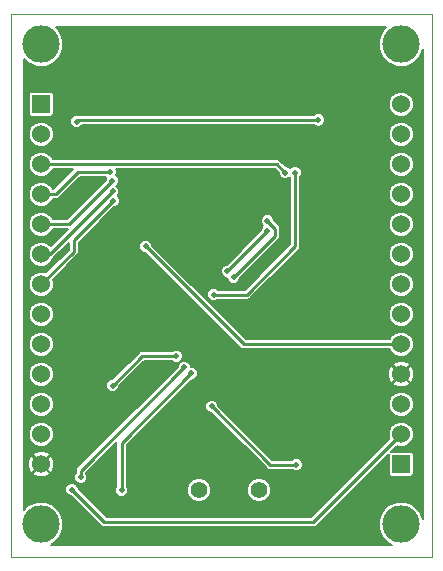
<source format=gbl>
G04 (created by PCBNEW (2013-mar-13)-testing) date Wed 17 Apr 2013 01:59:25 PM EDT*
%MOIN*%
G04 Gerber Fmt 3.4, Leading zero omitted, Abs format*
%FSLAX34Y34*%
G01*
G70*
G90*
G04 APERTURE LIST*
%ADD10C,0.006*%
%ADD11C,0.00393701*%
%ADD12C,0.125*%
%ADD13C,0.056*%
%ADD14R,0.06X0.06*%
%ADD15C,0.06*%
%ADD16C,0.019685*%
%ADD17C,0.01*%
%ADD18C,0.008*%
G04 APERTURE END LIST*
G54D10*
G54D11*
X39370Y-39370D02*
X39370Y-57455D01*
X39370Y-57455D02*
X53385Y-57455D01*
X53385Y-39370D02*
X53385Y-57455D01*
X39370Y-39370D02*
X53385Y-39370D01*
G54D12*
X52370Y-40370D03*
X40370Y-56370D03*
X40370Y-40370D03*
X52370Y-56370D03*
G54D13*
X47629Y-55236D03*
X45629Y-55236D03*
G54D14*
X40370Y-42370D03*
G54D15*
X40370Y-43370D03*
X40370Y-44370D03*
X40370Y-45370D03*
X40370Y-46370D03*
X40370Y-47370D03*
X40370Y-48370D03*
X40370Y-49370D03*
X40370Y-50370D03*
X40370Y-51370D03*
X40370Y-52370D03*
X40370Y-53370D03*
X40370Y-54370D03*
G54D14*
X52370Y-54370D03*
G54D15*
X52370Y-53370D03*
X52370Y-52370D03*
X52370Y-51370D03*
X52370Y-50370D03*
X52370Y-49370D03*
X52370Y-48370D03*
X52370Y-47370D03*
X52370Y-46370D03*
X52370Y-45370D03*
X52370Y-44370D03*
X52370Y-43370D03*
X52370Y-42370D03*
G54D16*
X41397Y-55216D03*
X48503Y-44645D03*
X42677Y-44625D03*
X42736Y-44921D03*
X48838Y-44645D03*
X46122Y-48720D03*
X43858Y-47106D03*
X42755Y-45275D03*
X42775Y-45590D03*
X46574Y-47933D03*
X47913Y-46594D03*
X47913Y-46259D03*
X46791Y-48129D03*
X44448Y-53543D03*
X44507Y-54507D03*
X46968Y-52893D03*
X45944Y-53169D03*
X43051Y-55236D03*
X45374Y-51338D03*
X41692Y-54803D03*
X45137Y-51141D03*
X44881Y-50767D03*
X42755Y-51751D03*
X49606Y-42893D03*
X41555Y-42952D03*
X48877Y-54389D03*
X46062Y-52440D03*
G54D17*
X49440Y-56299D02*
X52370Y-53370D01*
X42480Y-56299D02*
X49440Y-56299D01*
X41397Y-55216D02*
X42480Y-56299D01*
X48228Y-44370D02*
X40370Y-44370D01*
X48503Y-44645D02*
X48228Y-44370D01*
X40850Y-45370D02*
X40370Y-45370D01*
X41594Y-44625D02*
X40850Y-45370D01*
X42677Y-44625D02*
X41594Y-44625D01*
X41287Y-46370D02*
X40370Y-46370D01*
X42736Y-44921D02*
X41287Y-46370D01*
X48838Y-47106D02*
X48838Y-44645D01*
X47224Y-48720D02*
X48838Y-47106D01*
X46122Y-48720D02*
X47224Y-48720D01*
X47122Y-50370D02*
X52370Y-50370D01*
X43858Y-47106D02*
X47122Y-50370D01*
X40661Y-47370D02*
X40370Y-47370D01*
X42755Y-45275D02*
X40661Y-47370D01*
X41456Y-47283D02*
X40370Y-48370D01*
X41456Y-46909D02*
X41456Y-47283D01*
X42775Y-45590D02*
X41456Y-46909D01*
X46574Y-47933D02*
X47913Y-46594D01*
X48169Y-46515D02*
X47913Y-46259D01*
X48169Y-46751D02*
X48169Y-46515D01*
X46791Y-48129D02*
X48169Y-46751D01*
X43051Y-53661D02*
X43051Y-55236D01*
X45374Y-51338D02*
X43051Y-53661D01*
X41692Y-54586D02*
X41692Y-54803D01*
X45137Y-51141D02*
X41692Y-54586D01*
X43740Y-50767D02*
X44881Y-50767D01*
X42755Y-51751D02*
X43740Y-50767D01*
X41614Y-42893D02*
X49606Y-42893D01*
X41555Y-42952D02*
X41614Y-42893D01*
X48011Y-54389D02*
X48877Y-54389D01*
X46062Y-52440D02*
X48011Y-54389D01*
G54D10*
G36*
X53109Y-56208D02*
X53002Y-55948D01*
X52811Y-55757D01*
X52811Y-51290D01*
X52790Y-51235D01*
X52790Y-50286D01*
X52790Y-49286D01*
X52790Y-48286D01*
X52790Y-47286D01*
X52790Y-46286D01*
X52790Y-45286D01*
X52790Y-44286D01*
X52790Y-43286D01*
X52790Y-42286D01*
X52726Y-42132D01*
X52608Y-42014D01*
X52453Y-41950D01*
X52286Y-41950D01*
X52132Y-42013D01*
X52014Y-42131D01*
X51950Y-42286D01*
X51950Y-42453D01*
X52013Y-42607D01*
X52131Y-42725D01*
X52286Y-42790D01*
X52453Y-42790D01*
X52607Y-42726D01*
X52725Y-42608D01*
X52790Y-42453D01*
X52790Y-42286D01*
X52790Y-43286D01*
X52726Y-43132D01*
X52608Y-43014D01*
X52453Y-42950D01*
X52286Y-42950D01*
X52132Y-43013D01*
X52014Y-43131D01*
X51950Y-43286D01*
X51950Y-43453D01*
X52013Y-43607D01*
X52131Y-43725D01*
X52286Y-43790D01*
X52453Y-43790D01*
X52607Y-43726D01*
X52725Y-43608D01*
X52790Y-43453D01*
X52790Y-43286D01*
X52790Y-44286D01*
X52726Y-44132D01*
X52608Y-44014D01*
X52453Y-43950D01*
X52286Y-43950D01*
X52132Y-44013D01*
X52014Y-44131D01*
X51950Y-44286D01*
X51950Y-44453D01*
X52013Y-44607D01*
X52131Y-44725D01*
X52286Y-44790D01*
X52453Y-44790D01*
X52607Y-44726D01*
X52725Y-44608D01*
X52790Y-44453D01*
X52790Y-44286D01*
X52790Y-45286D01*
X52726Y-45132D01*
X52608Y-45014D01*
X52453Y-44950D01*
X52286Y-44950D01*
X52132Y-45013D01*
X52014Y-45131D01*
X51950Y-45286D01*
X51950Y-45453D01*
X52013Y-45607D01*
X52131Y-45725D01*
X52286Y-45790D01*
X52453Y-45790D01*
X52607Y-45726D01*
X52725Y-45608D01*
X52790Y-45453D01*
X52790Y-45286D01*
X52790Y-46286D01*
X52726Y-46132D01*
X52608Y-46014D01*
X52453Y-45950D01*
X52286Y-45950D01*
X52132Y-46013D01*
X52014Y-46131D01*
X51950Y-46286D01*
X51950Y-46453D01*
X52013Y-46607D01*
X52131Y-46725D01*
X52286Y-46790D01*
X52453Y-46790D01*
X52607Y-46726D01*
X52725Y-46608D01*
X52790Y-46453D01*
X52790Y-46286D01*
X52790Y-47286D01*
X52726Y-47132D01*
X52608Y-47014D01*
X52453Y-46950D01*
X52286Y-46950D01*
X52132Y-47013D01*
X52014Y-47131D01*
X51950Y-47286D01*
X51950Y-47453D01*
X52013Y-47607D01*
X52131Y-47725D01*
X52286Y-47790D01*
X52453Y-47790D01*
X52607Y-47726D01*
X52725Y-47608D01*
X52790Y-47453D01*
X52790Y-47286D01*
X52790Y-48286D01*
X52726Y-48132D01*
X52608Y-48014D01*
X52453Y-47950D01*
X52286Y-47950D01*
X52132Y-48013D01*
X52014Y-48131D01*
X51950Y-48286D01*
X51950Y-48453D01*
X52013Y-48607D01*
X52131Y-48725D01*
X52286Y-48790D01*
X52453Y-48790D01*
X52607Y-48726D01*
X52725Y-48608D01*
X52790Y-48453D01*
X52790Y-48286D01*
X52790Y-49286D01*
X52726Y-49132D01*
X52608Y-49014D01*
X52453Y-48950D01*
X52286Y-48950D01*
X52132Y-49013D01*
X52014Y-49131D01*
X51950Y-49286D01*
X51950Y-49453D01*
X52013Y-49607D01*
X52131Y-49725D01*
X52286Y-49790D01*
X52453Y-49790D01*
X52607Y-49726D01*
X52725Y-49608D01*
X52790Y-49453D01*
X52790Y-49286D01*
X52790Y-50286D01*
X52726Y-50132D01*
X52608Y-50014D01*
X52453Y-49950D01*
X52286Y-49950D01*
X52132Y-50013D01*
X52014Y-50131D01*
X51985Y-50200D01*
X49824Y-50200D01*
X49824Y-42850D01*
X49791Y-42770D01*
X49730Y-42708D01*
X49649Y-42675D01*
X49563Y-42675D01*
X49482Y-42708D01*
X49467Y-42723D01*
X41614Y-42723D01*
X41560Y-42734D01*
X41560Y-42734D01*
X41511Y-42734D01*
X41431Y-42767D01*
X41370Y-42828D01*
X41336Y-42909D01*
X41336Y-42996D01*
X41369Y-43076D01*
X41431Y-43137D01*
X41511Y-43171D01*
X41598Y-43171D01*
X41678Y-43138D01*
X41740Y-43076D01*
X41745Y-43063D01*
X49467Y-43063D01*
X49482Y-43078D01*
X49562Y-43112D01*
X49649Y-43112D01*
X49729Y-43078D01*
X49791Y-43017D01*
X49824Y-42937D01*
X49824Y-42850D01*
X49824Y-50200D01*
X49057Y-50200D01*
X49057Y-44602D01*
X49023Y-44522D01*
X48962Y-44460D01*
X48882Y-44427D01*
X48795Y-44427D01*
X48715Y-44460D01*
X48671Y-44504D01*
X48627Y-44460D01*
X48547Y-44427D01*
X48525Y-44427D01*
X48348Y-44249D01*
X48293Y-44213D01*
X48228Y-44200D01*
X40790Y-44200D01*
X40790Y-43286D01*
X40790Y-43286D01*
X40790Y-42646D01*
X40790Y-42046D01*
X40771Y-42002D01*
X40738Y-41968D01*
X40694Y-41950D01*
X40646Y-41950D01*
X40046Y-41950D01*
X40002Y-41968D01*
X39968Y-42002D01*
X39950Y-42046D01*
X39950Y-42093D01*
X39950Y-42693D01*
X39968Y-42737D01*
X40002Y-42771D01*
X40046Y-42790D01*
X40093Y-42790D01*
X40693Y-42790D01*
X40737Y-42771D01*
X40771Y-42738D01*
X40790Y-42694D01*
X40790Y-42646D01*
X40790Y-43286D01*
X40726Y-43132D01*
X40608Y-43014D01*
X40453Y-42950D01*
X40286Y-42950D01*
X40132Y-43013D01*
X40014Y-43131D01*
X39950Y-43286D01*
X39950Y-43453D01*
X40013Y-43607D01*
X40131Y-43725D01*
X40286Y-43790D01*
X40453Y-43790D01*
X40607Y-43726D01*
X40725Y-43608D01*
X40790Y-43453D01*
X40790Y-43286D01*
X40790Y-44200D01*
X40754Y-44200D01*
X40726Y-44132D01*
X40608Y-44014D01*
X40453Y-43950D01*
X40286Y-43950D01*
X40132Y-44013D01*
X40014Y-44131D01*
X39950Y-44286D01*
X39950Y-44453D01*
X40013Y-44607D01*
X40131Y-44725D01*
X40286Y-44790D01*
X40453Y-44790D01*
X40607Y-44726D01*
X40725Y-44608D01*
X40754Y-44540D01*
X41439Y-44540D01*
X40779Y-45200D01*
X40754Y-45200D01*
X40726Y-45132D01*
X40608Y-45014D01*
X40453Y-44950D01*
X40286Y-44950D01*
X40132Y-45013D01*
X40014Y-45131D01*
X39950Y-45286D01*
X39950Y-45453D01*
X40013Y-45607D01*
X40131Y-45725D01*
X40286Y-45790D01*
X40453Y-45790D01*
X40607Y-45726D01*
X40725Y-45608D01*
X40754Y-45540D01*
X40850Y-45540D01*
X40915Y-45527D01*
X40915Y-45527D01*
X40970Y-45490D01*
X41664Y-44795D01*
X42538Y-44795D01*
X42547Y-44805D01*
X42517Y-44877D01*
X42517Y-44899D01*
X41216Y-46200D01*
X40754Y-46200D01*
X40726Y-46132D01*
X40608Y-46014D01*
X40453Y-45950D01*
X40286Y-45950D01*
X40132Y-46013D01*
X40014Y-46131D01*
X39950Y-46286D01*
X39950Y-46453D01*
X40013Y-46607D01*
X40131Y-46725D01*
X40286Y-46790D01*
X40453Y-46790D01*
X40607Y-46726D01*
X40725Y-46608D01*
X40754Y-46540D01*
X41251Y-46540D01*
X40692Y-47098D01*
X40608Y-47014D01*
X40453Y-46950D01*
X40286Y-46950D01*
X40132Y-47013D01*
X40014Y-47131D01*
X39950Y-47286D01*
X39950Y-47453D01*
X40013Y-47607D01*
X40131Y-47725D01*
X40286Y-47790D01*
X40453Y-47790D01*
X40607Y-47726D01*
X40725Y-47608D01*
X40772Y-47496D01*
X40772Y-47496D01*
X40781Y-47490D01*
X41286Y-46985D01*
X41286Y-47213D01*
X40521Y-47978D01*
X40453Y-47950D01*
X40286Y-47950D01*
X40132Y-48013D01*
X40014Y-48131D01*
X39950Y-48286D01*
X39950Y-48453D01*
X40013Y-48607D01*
X40131Y-48725D01*
X40286Y-48790D01*
X40453Y-48790D01*
X40607Y-48726D01*
X40725Y-48608D01*
X40790Y-48453D01*
X40790Y-48286D01*
X40761Y-48218D01*
X41576Y-47403D01*
X41576Y-47403D01*
X41576Y-47403D01*
X41613Y-47348D01*
X41626Y-47283D01*
X41626Y-46979D01*
X42797Y-45808D01*
X42818Y-45809D01*
X42899Y-45775D01*
X42960Y-45714D01*
X42993Y-45634D01*
X42994Y-45547D01*
X42960Y-45466D01*
X42917Y-45423D01*
X42940Y-45399D01*
X42974Y-45319D01*
X42974Y-45232D01*
X42941Y-45152D01*
X42879Y-45090D01*
X42876Y-45089D01*
X42921Y-45045D01*
X42954Y-44964D01*
X42954Y-44878D01*
X42921Y-44797D01*
X42865Y-44741D01*
X42895Y-44669D01*
X42895Y-44582D01*
X42878Y-44540D01*
X48157Y-44540D01*
X48285Y-44667D01*
X48285Y-44688D01*
X48318Y-44769D01*
X48380Y-44830D01*
X48460Y-44864D01*
X48547Y-44864D01*
X48627Y-44830D01*
X48668Y-44789D01*
X48668Y-47035D01*
X48339Y-47365D01*
X48339Y-46751D01*
X48339Y-46515D01*
X48339Y-46515D01*
X48339Y-46515D01*
X48326Y-46450D01*
X48289Y-46395D01*
X48289Y-46395D01*
X48131Y-46237D01*
X48131Y-46216D01*
X48098Y-46136D01*
X48037Y-46074D01*
X47957Y-46041D01*
X47870Y-46041D01*
X47789Y-46074D01*
X47728Y-46135D01*
X47694Y-46216D01*
X47694Y-46303D01*
X47728Y-46383D01*
X47771Y-46427D01*
X47728Y-46470D01*
X47694Y-46550D01*
X47694Y-46572D01*
X46552Y-47714D01*
X46531Y-47714D01*
X46451Y-47747D01*
X46389Y-47809D01*
X46356Y-47889D01*
X46356Y-47976D01*
X46389Y-48056D01*
X46450Y-48118D01*
X46531Y-48151D01*
X46572Y-48151D01*
X46572Y-48173D01*
X46606Y-48253D01*
X46667Y-48314D01*
X46747Y-48348D01*
X46834Y-48348D01*
X46914Y-48315D01*
X46976Y-48253D01*
X47009Y-48173D01*
X47009Y-48151D01*
X48289Y-46872D01*
X48289Y-46872D01*
X48289Y-46872D01*
X48326Y-46817D01*
X48339Y-46751D01*
X48339Y-47365D01*
X47153Y-48550D01*
X46260Y-48550D01*
X46245Y-48535D01*
X46165Y-48502D01*
X46078Y-48502D01*
X45998Y-48535D01*
X45936Y-48596D01*
X45903Y-48676D01*
X45903Y-48763D01*
X45936Y-48844D01*
X45998Y-48905D01*
X46078Y-48938D01*
X46165Y-48938D01*
X46245Y-48905D01*
X46260Y-48890D01*
X47224Y-48890D01*
X47289Y-48877D01*
X47289Y-48877D01*
X47344Y-48840D01*
X48958Y-47226D01*
X48958Y-47226D01*
X48958Y-47226D01*
X48995Y-47171D01*
X49008Y-47106D01*
X49008Y-44784D01*
X49023Y-44769D01*
X49056Y-44689D01*
X49057Y-44602D01*
X49057Y-50200D01*
X47192Y-50200D01*
X44076Y-47084D01*
X44076Y-47063D01*
X44043Y-46982D01*
X43982Y-46921D01*
X43901Y-46887D01*
X43815Y-46887D01*
X43734Y-46921D01*
X43673Y-46982D01*
X43639Y-47062D01*
X43639Y-47149D01*
X43672Y-47229D01*
X43734Y-47291D01*
X43814Y-47324D01*
X43836Y-47324D01*
X47001Y-50490D01*
X47001Y-50490D01*
X47056Y-50527D01*
X47122Y-50540D01*
X51985Y-50540D01*
X52013Y-50607D01*
X52131Y-50725D01*
X52286Y-50790D01*
X52453Y-50790D01*
X52607Y-50726D01*
X52725Y-50608D01*
X52790Y-50453D01*
X52790Y-50286D01*
X52790Y-51235D01*
X52747Y-51127D01*
X52738Y-51114D01*
X52669Y-51084D01*
X52655Y-51098D01*
X52655Y-51070D01*
X52625Y-51001D01*
X52465Y-50931D01*
X52290Y-50928D01*
X52127Y-50992D01*
X52114Y-51001D01*
X52084Y-51070D01*
X52370Y-51355D01*
X52655Y-51070D01*
X52655Y-51098D01*
X52384Y-51370D01*
X52669Y-51655D01*
X52738Y-51625D01*
X52808Y-51465D01*
X52811Y-51290D01*
X52811Y-55757D01*
X52792Y-55738D01*
X52790Y-55737D01*
X52790Y-53286D01*
X52790Y-52286D01*
X52726Y-52132D01*
X52655Y-52061D01*
X52655Y-51669D01*
X52370Y-51384D01*
X52355Y-51398D01*
X52355Y-51370D01*
X52070Y-51084D01*
X52001Y-51114D01*
X51931Y-51275D01*
X51928Y-51450D01*
X51992Y-51612D01*
X52001Y-51625D01*
X52070Y-51655D01*
X52355Y-51370D01*
X52355Y-51398D01*
X52084Y-51669D01*
X52114Y-51738D01*
X52275Y-51808D01*
X52450Y-51811D01*
X52612Y-51747D01*
X52625Y-51738D01*
X52655Y-51669D01*
X52655Y-52061D01*
X52608Y-52014D01*
X52453Y-51950D01*
X52286Y-51950D01*
X52132Y-52013D01*
X52014Y-52131D01*
X51950Y-52286D01*
X51950Y-52453D01*
X52013Y-52607D01*
X52131Y-52725D01*
X52286Y-52790D01*
X52453Y-52790D01*
X52607Y-52726D01*
X52725Y-52608D01*
X52790Y-52453D01*
X52790Y-52286D01*
X52790Y-53286D01*
X52726Y-53132D01*
X52608Y-53014D01*
X52453Y-52950D01*
X52286Y-52950D01*
X52132Y-53013D01*
X52014Y-53131D01*
X51950Y-53286D01*
X51950Y-53453D01*
X51978Y-53521D01*
X49370Y-56129D01*
X49096Y-56129D01*
X49096Y-54346D01*
X49063Y-54266D01*
X49001Y-54204D01*
X48921Y-54171D01*
X48834Y-54171D01*
X48754Y-54204D01*
X48739Y-54219D01*
X48082Y-54219D01*
X46281Y-52418D01*
X46281Y-52397D01*
X46248Y-52317D01*
X46186Y-52255D01*
X46106Y-52222D01*
X46019Y-52222D01*
X45939Y-52255D01*
X45877Y-52317D01*
X45844Y-52397D01*
X45844Y-52484D01*
X45877Y-52564D01*
X45939Y-52626D01*
X46019Y-52659D01*
X46040Y-52659D01*
X47891Y-54509D01*
X47946Y-54546D01*
X47946Y-54546D01*
X48011Y-54559D01*
X48739Y-54559D01*
X48754Y-54574D01*
X48834Y-54608D01*
X48921Y-54608D01*
X49001Y-54575D01*
X49063Y-54513D01*
X49096Y-54433D01*
X49096Y-54346D01*
X49096Y-56129D01*
X48029Y-56129D01*
X48029Y-55157D01*
X47969Y-55009D01*
X47856Y-54897D01*
X47709Y-54836D01*
X47550Y-54836D01*
X47403Y-54896D01*
X47291Y-55009D01*
X47229Y-55156D01*
X47229Y-55315D01*
X47290Y-55462D01*
X47403Y-55575D01*
X47550Y-55636D01*
X47709Y-55636D01*
X47856Y-55575D01*
X47968Y-55463D01*
X48029Y-55316D01*
X48029Y-55157D01*
X48029Y-56129D01*
X46029Y-56129D01*
X46029Y-55157D01*
X45969Y-55009D01*
X45856Y-54897D01*
X45709Y-54836D01*
X45592Y-54836D01*
X45592Y-51295D01*
X45559Y-51215D01*
X45497Y-51153D01*
X45417Y-51120D01*
X45356Y-51120D01*
X45356Y-51098D01*
X45323Y-51018D01*
X45261Y-50956D01*
X45181Y-50923D01*
X45100Y-50923D01*
X45100Y-50724D01*
X45067Y-50644D01*
X45005Y-50582D01*
X44925Y-50549D01*
X44838Y-50549D01*
X44758Y-50582D01*
X44743Y-50597D01*
X43740Y-50597D01*
X43740Y-50597D01*
X43675Y-50610D01*
X43619Y-50647D01*
X43619Y-50647D01*
X42733Y-51533D01*
X42712Y-51533D01*
X42632Y-51566D01*
X42570Y-51628D01*
X42537Y-51708D01*
X42537Y-51795D01*
X42570Y-51875D01*
X42632Y-51937D01*
X42712Y-51970D01*
X42799Y-51970D01*
X42879Y-51937D01*
X42940Y-51875D01*
X42974Y-51795D01*
X42974Y-51773D01*
X43810Y-50937D01*
X44742Y-50937D01*
X44758Y-50952D01*
X44838Y-50986D01*
X44925Y-50986D01*
X45005Y-50952D01*
X45066Y-50891D01*
X45100Y-50811D01*
X45100Y-50724D01*
X45100Y-50923D01*
X45094Y-50923D01*
X45014Y-50956D01*
X44952Y-51017D01*
X44919Y-51098D01*
X44919Y-51119D01*
X41572Y-54466D01*
X41535Y-54521D01*
X41522Y-54586D01*
X41522Y-54664D01*
X41507Y-54679D01*
X41474Y-54759D01*
X41474Y-54846D01*
X41507Y-54926D01*
X41569Y-54988D01*
X41649Y-55021D01*
X41736Y-55021D01*
X41816Y-54988D01*
X41877Y-54927D01*
X41911Y-54846D01*
X41911Y-54759D01*
X41878Y-54679D01*
X41862Y-54664D01*
X41862Y-54657D01*
X42886Y-53633D01*
X42881Y-53661D01*
X42881Y-55097D01*
X42866Y-55112D01*
X42832Y-55192D01*
X42832Y-55279D01*
X42865Y-55359D01*
X42927Y-55421D01*
X43007Y-55454D01*
X43094Y-55454D01*
X43174Y-55421D01*
X43236Y-55360D01*
X43269Y-55279D01*
X43269Y-55192D01*
X43236Y-55112D01*
X43221Y-55097D01*
X43221Y-53731D01*
X45395Y-51557D01*
X45417Y-51557D01*
X45497Y-51523D01*
X45559Y-51462D01*
X45592Y-51382D01*
X45592Y-51295D01*
X45592Y-54836D01*
X45550Y-54836D01*
X45403Y-54896D01*
X45291Y-55009D01*
X45229Y-55156D01*
X45229Y-55315D01*
X45290Y-55462D01*
X45403Y-55575D01*
X45550Y-55636D01*
X45709Y-55636D01*
X45856Y-55575D01*
X45968Y-55463D01*
X46029Y-55316D01*
X46029Y-55157D01*
X46029Y-56129D01*
X42550Y-56129D01*
X41616Y-55194D01*
X41616Y-55173D01*
X41582Y-55092D01*
X41521Y-55031D01*
X41441Y-54998D01*
X41354Y-54998D01*
X41274Y-55031D01*
X41212Y-55092D01*
X41179Y-55172D01*
X41179Y-55259D01*
X41212Y-55340D01*
X41273Y-55401D01*
X41353Y-55434D01*
X41375Y-55434D01*
X42360Y-56419D01*
X42360Y-56419D01*
X42415Y-56456D01*
X42480Y-56469D01*
X49440Y-56469D01*
X49506Y-56456D01*
X49506Y-56456D01*
X49561Y-56419D01*
X51961Y-54019D01*
X51950Y-54046D01*
X51950Y-54093D01*
X51950Y-54693D01*
X51968Y-54737D01*
X52002Y-54771D01*
X52046Y-54790D01*
X52093Y-54790D01*
X52693Y-54790D01*
X52737Y-54771D01*
X52771Y-54738D01*
X52790Y-54694D01*
X52790Y-54646D01*
X52790Y-54046D01*
X52771Y-54002D01*
X52738Y-53968D01*
X52694Y-53950D01*
X52646Y-53950D01*
X52046Y-53950D01*
X52019Y-53961D01*
X52218Y-53761D01*
X52286Y-53790D01*
X52453Y-53790D01*
X52607Y-53726D01*
X52725Y-53608D01*
X52790Y-53453D01*
X52790Y-53286D01*
X52790Y-55737D01*
X52518Y-55625D01*
X52222Y-55624D01*
X51948Y-55738D01*
X51738Y-55947D01*
X51625Y-56221D01*
X51624Y-56517D01*
X51738Y-56791D01*
X51947Y-57001D01*
X52056Y-57046D01*
X40683Y-57046D01*
X40791Y-57002D01*
X41001Y-56792D01*
X41114Y-56518D01*
X41115Y-56222D01*
X41002Y-55948D01*
X40811Y-55757D01*
X40811Y-54290D01*
X40790Y-54235D01*
X40790Y-53286D01*
X40790Y-52286D01*
X40790Y-51286D01*
X40790Y-50286D01*
X40790Y-49286D01*
X40726Y-49132D01*
X40608Y-49014D01*
X40453Y-48950D01*
X40286Y-48950D01*
X40132Y-49013D01*
X40014Y-49131D01*
X39950Y-49286D01*
X39950Y-49453D01*
X40013Y-49607D01*
X40131Y-49725D01*
X40286Y-49790D01*
X40453Y-49790D01*
X40607Y-49726D01*
X40725Y-49608D01*
X40790Y-49453D01*
X40790Y-49286D01*
X40790Y-50286D01*
X40726Y-50132D01*
X40608Y-50014D01*
X40453Y-49950D01*
X40286Y-49950D01*
X40132Y-50013D01*
X40014Y-50131D01*
X39950Y-50286D01*
X39950Y-50453D01*
X40013Y-50607D01*
X40131Y-50725D01*
X40286Y-50790D01*
X40453Y-50790D01*
X40607Y-50726D01*
X40725Y-50608D01*
X40790Y-50453D01*
X40790Y-50286D01*
X40790Y-51286D01*
X40726Y-51132D01*
X40608Y-51014D01*
X40453Y-50950D01*
X40286Y-50950D01*
X40132Y-51013D01*
X40014Y-51131D01*
X39950Y-51286D01*
X39950Y-51453D01*
X40013Y-51607D01*
X40131Y-51725D01*
X40286Y-51790D01*
X40453Y-51790D01*
X40607Y-51726D01*
X40725Y-51608D01*
X40790Y-51453D01*
X40790Y-51286D01*
X40790Y-52286D01*
X40726Y-52132D01*
X40608Y-52014D01*
X40453Y-51950D01*
X40286Y-51950D01*
X40132Y-52013D01*
X40014Y-52131D01*
X39950Y-52286D01*
X39950Y-52453D01*
X40013Y-52607D01*
X40131Y-52725D01*
X40286Y-52790D01*
X40453Y-52790D01*
X40607Y-52726D01*
X40725Y-52608D01*
X40790Y-52453D01*
X40790Y-52286D01*
X40790Y-53286D01*
X40726Y-53132D01*
X40608Y-53014D01*
X40453Y-52950D01*
X40286Y-52950D01*
X40132Y-53013D01*
X40014Y-53131D01*
X39950Y-53286D01*
X39950Y-53453D01*
X40013Y-53607D01*
X40131Y-53725D01*
X40286Y-53790D01*
X40453Y-53790D01*
X40607Y-53726D01*
X40725Y-53608D01*
X40790Y-53453D01*
X40790Y-53286D01*
X40790Y-54235D01*
X40747Y-54127D01*
X40738Y-54114D01*
X40669Y-54084D01*
X40655Y-54098D01*
X40655Y-54070D01*
X40625Y-54001D01*
X40465Y-53931D01*
X40290Y-53928D01*
X40127Y-53992D01*
X40114Y-54001D01*
X40084Y-54070D01*
X40370Y-54355D01*
X40655Y-54070D01*
X40655Y-54098D01*
X40384Y-54370D01*
X40669Y-54655D01*
X40738Y-54625D01*
X40808Y-54465D01*
X40811Y-54290D01*
X40811Y-55757D01*
X40792Y-55738D01*
X40655Y-55681D01*
X40655Y-54669D01*
X40370Y-54384D01*
X40355Y-54398D01*
X40355Y-54370D01*
X40070Y-54084D01*
X40001Y-54114D01*
X39931Y-54275D01*
X39928Y-54450D01*
X39992Y-54612D01*
X40001Y-54625D01*
X40070Y-54655D01*
X40355Y-54370D01*
X40355Y-54398D01*
X40084Y-54669D01*
X40114Y-54738D01*
X40275Y-54808D01*
X40450Y-54811D01*
X40612Y-54747D01*
X40625Y-54738D01*
X40655Y-54669D01*
X40655Y-55681D01*
X40518Y-55625D01*
X40222Y-55624D01*
X39948Y-55738D01*
X39803Y-55882D01*
X39803Y-40857D01*
X39947Y-41001D01*
X40221Y-41114D01*
X40517Y-41115D01*
X40791Y-41002D01*
X41001Y-40792D01*
X41114Y-40518D01*
X41115Y-40222D01*
X41002Y-39948D01*
X40857Y-39803D01*
X51882Y-39803D01*
X51738Y-39947D01*
X51625Y-40221D01*
X51624Y-40517D01*
X51738Y-40791D01*
X51947Y-41001D01*
X52221Y-41114D01*
X52517Y-41115D01*
X52791Y-41002D01*
X53001Y-40792D01*
X53109Y-40531D01*
X53109Y-56208D01*
X53109Y-56208D01*
G37*
G54D18*
X53109Y-56208D02*
X53002Y-55948D01*
X52811Y-55757D01*
X52811Y-51290D01*
X52790Y-51235D01*
X52790Y-50286D01*
X52790Y-49286D01*
X52790Y-48286D01*
X52790Y-47286D01*
X52790Y-46286D01*
X52790Y-45286D01*
X52790Y-44286D01*
X52790Y-43286D01*
X52790Y-42286D01*
X52726Y-42132D01*
X52608Y-42014D01*
X52453Y-41950D01*
X52286Y-41950D01*
X52132Y-42013D01*
X52014Y-42131D01*
X51950Y-42286D01*
X51950Y-42453D01*
X52013Y-42607D01*
X52131Y-42725D01*
X52286Y-42790D01*
X52453Y-42790D01*
X52607Y-42726D01*
X52725Y-42608D01*
X52790Y-42453D01*
X52790Y-42286D01*
X52790Y-43286D01*
X52726Y-43132D01*
X52608Y-43014D01*
X52453Y-42950D01*
X52286Y-42950D01*
X52132Y-43013D01*
X52014Y-43131D01*
X51950Y-43286D01*
X51950Y-43453D01*
X52013Y-43607D01*
X52131Y-43725D01*
X52286Y-43790D01*
X52453Y-43790D01*
X52607Y-43726D01*
X52725Y-43608D01*
X52790Y-43453D01*
X52790Y-43286D01*
X52790Y-44286D01*
X52726Y-44132D01*
X52608Y-44014D01*
X52453Y-43950D01*
X52286Y-43950D01*
X52132Y-44013D01*
X52014Y-44131D01*
X51950Y-44286D01*
X51950Y-44453D01*
X52013Y-44607D01*
X52131Y-44725D01*
X52286Y-44790D01*
X52453Y-44790D01*
X52607Y-44726D01*
X52725Y-44608D01*
X52790Y-44453D01*
X52790Y-44286D01*
X52790Y-45286D01*
X52726Y-45132D01*
X52608Y-45014D01*
X52453Y-44950D01*
X52286Y-44950D01*
X52132Y-45013D01*
X52014Y-45131D01*
X51950Y-45286D01*
X51950Y-45453D01*
X52013Y-45607D01*
X52131Y-45725D01*
X52286Y-45790D01*
X52453Y-45790D01*
X52607Y-45726D01*
X52725Y-45608D01*
X52790Y-45453D01*
X52790Y-45286D01*
X52790Y-46286D01*
X52726Y-46132D01*
X52608Y-46014D01*
X52453Y-45950D01*
X52286Y-45950D01*
X52132Y-46013D01*
X52014Y-46131D01*
X51950Y-46286D01*
X51950Y-46453D01*
X52013Y-46607D01*
X52131Y-46725D01*
X52286Y-46790D01*
X52453Y-46790D01*
X52607Y-46726D01*
X52725Y-46608D01*
X52790Y-46453D01*
X52790Y-46286D01*
X52790Y-47286D01*
X52726Y-47132D01*
X52608Y-47014D01*
X52453Y-46950D01*
X52286Y-46950D01*
X52132Y-47013D01*
X52014Y-47131D01*
X51950Y-47286D01*
X51950Y-47453D01*
X52013Y-47607D01*
X52131Y-47725D01*
X52286Y-47790D01*
X52453Y-47790D01*
X52607Y-47726D01*
X52725Y-47608D01*
X52790Y-47453D01*
X52790Y-47286D01*
X52790Y-48286D01*
X52726Y-48132D01*
X52608Y-48014D01*
X52453Y-47950D01*
X52286Y-47950D01*
X52132Y-48013D01*
X52014Y-48131D01*
X51950Y-48286D01*
X51950Y-48453D01*
X52013Y-48607D01*
X52131Y-48725D01*
X52286Y-48790D01*
X52453Y-48790D01*
X52607Y-48726D01*
X52725Y-48608D01*
X52790Y-48453D01*
X52790Y-48286D01*
X52790Y-49286D01*
X52726Y-49132D01*
X52608Y-49014D01*
X52453Y-48950D01*
X52286Y-48950D01*
X52132Y-49013D01*
X52014Y-49131D01*
X51950Y-49286D01*
X51950Y-49453D01*
X52013Y-49607D01*
X52131Y-49725D01*
X52286Y-49790D01*
X52453Y-49790D01*
X52607Y-49726D01*
X52725Y-49608D01*
X52790Y-49453D01*
X52790Y-49286D01*
X52790Y-50286D01*
X52726Y-50132D01*
X52608Y-50014D01*
X52453Y-49950D01*
X52286Y-49950D01*
X52132Y-50013D01*
X52014Y-50131D01*
X51985Y-50200D01*
X49824Y-50200D01*
X49824Y-42850D01*
X49791Y-42770D01*
X49730Y-42708D01*
X49649Y-42675D01*
X49563Y-42675D01*
X49482Y-42708D01*
X49467Y-42723D01*
X41614Y-42723D01*
X41560Y-42734D01*
X41560Y-42734D01*
X41511Y-42734D01*
X41431Y-42767D01*
X41370Y-42828D01*
X41336Y-42909D01*
X41336Y-42996D01*
X41369Y-43076D01*
X41431Y-43137D01*
X41511Y-43171D01*
X41598Y-43171D01*
X41678Y-43138D01*
X41740Y-43076D01*
X41745Y-43063D01*
X49467Y-43063D01*
X49482Y-43078D01*
X49562Y-43112D01*
X49649Y-43112D01*
X49729Y-43078D01*
X49791Y-43017D01*
X49824Y-42937D01*
X49824Y-42850D01*
X49824Y-50200D01*
X49057Y-50200D01*
X49057Y-44602D01*
X49023Y-44522D01*
X48962Y-44460D01*
X48882Y-44427D01*
X48795Y-44427D01*
X48715Y-44460D01*
X48671Y-44504D01*
X48627Y-44460D01*
X48547Y-44427D01*
X48525Y-44427D01*
X48348Y-44249D01*
X48293Y-44213D01*
X48228Y-44200D01*
X40790Y-44200D01*
X40790Y-43286D01*
X40790Y-43286D01*
X40790Y-42646D01*
X40790Y-42046D01*
X40771Y-42002D01*
X40738Y-41968D01*
X40694Y-41950D01*
X40646Y-41950D01*
X40046Y-41950D01*
X40002Y-41968D01*
X39968Y-42002D01*
X39950Y-42046D01*
X39950Y-42093D01*
X39950Y-42693D01*
X39968Y-42737D01*
X40002Y-42771D01*
X40046Y-42790D01*
X40093Y-42790D01*
X40693Y-42790D01*
X40737Y-42771D01*
X40771Y-42738D01*
X40790Y-42694D01*
X40790Y-42646D01*
X40790Y-43286D01*
X40726Y-43132D01*
X40608Y-43014D01*
X40453Y-42950D01*
X40286Y-42950D01*
X40132Y-43013D01*
X40014Y-43131D01*
X39950Y-43286D01*
X39950Y-43453D01*
X40013Y-43607D01*
X40131Y-43725D01*
X40286Y-43790D01*
X40453Y-43790D01*
X40607Y-43726D01*
X40725Y-43608D01*
X40790Y-43453D01*
X40790Y-43286D01*
X40790Y-44200D01*
X40754Y-44200D01*
X40726Y-44132D01*
X40608Y-44014D01*
X40453Y-43950D01*
X40286Y-43950D01*
X40132Y-44013D01*
X40014Y-44131D01*
X39950Y-44286D01*
X39950Y-44453D01*
X40013Y-44607D01*
X40131Y-44725D01*
X40286Y-44790D01*
X40453Y-44790D01*
X40607Y-44726D01*
X40725Y-44608D01*
X40754Y-44540D01*
X41439Y-44540D01*
X40779Y-45200D01*
X40754Y-45200D01*
X40726Y-45132D01*
X40608Y-45014D01*
X40453Y-44950D01*
X40286Y-44950D01*
X40132Y-45013D01*
X40014Y-45131D01*
X39950Y-45286D01*
X39950Y-45453D01*
X40013Y-45607D01*
X40131Y-45725D01*
X40286Y-45790D01*
X40453Y-45790D01*
X40607Y-45726D01*
X40725Y-45608D01*
X40754Y-45540D01*
X40850Y-45540D01*
X40915Y-45527D01*
X40915Y-45527D01*
X40970Y-45490D01*
X41664Y-44795D01*
X42538Y-44795D01*
X42547Y-44805D01*
X42517Y-44877D01*
X42517Y-44899D01*
X41216Y-46200D01*
X40754Y-46200D01*
X40726Y-46132D01*
X40608Y-46014D01*
X40453Y-45950D01*
X40286Y-45950D01*
X40132Y-46013D01*
X40014Y-46131D01*
X39950Y-46286D01*
X39950Y-46453D01*
X40013Y-46607D01*
X40131Y-46725D01*
X40286Y-46790D01*
X40453Y-46790D01*
X40607Y-46726D01*
X40725Y-46608D01*
X40754Y-46540D01*
X41251Y-46540D01*
X40692Y-47098D01*
X40608Y-47014D01*
X40453Y-46950D01*
X40286Y-46950D01*
X40132Y-47013D01*
X40014Y-47131D01*
X39950Y-47286D01*
X39950Y-47453D01*
X40013Y-47607D01*
X40131Y-47725D01*
X40286Y-47790D01*
X40453Y-47790D01*
X40607Y-47726D01*
X40725Y-47608D01*
X40772Y-47496D01*
X40772Y-47496D01*
X40781Y-47490D01*
X41286Y-46985D01*
X41286Y-47213D01*
X40521Y-47978D01*
X40453Y-47950D01*
X40286Y-47950D01*
X40132Y-48013D01*
X40014Y-48131D01*
X39950Y-48286D01*
X39950Y-48453D01*
X40013Y-48607D01*
X40131Y-48725D01*
X40286Y-48790D01*
X40453Y-48790D01*
X40607Y-48726D01*
X40725Y-48608D01*
X40790Y-48453D01*
X40790Y-48286D01*
X40761Y-48218D01*
X41576Y-47403D01*
X41576Y-47403D01*
X41576Y-47403D01*
X41613Y-47348D01*
X41626Y-47283D01*
X41626Y-46979D01*
X42797Y-45808D01*
X42818Y-45809D01*
X42899Y-45775D01*
X42960Y-45714D01*
X42993Y-45634D01*
X42994Y-45547D01*
X42960Y-45466D01*
X42917Y-45423D01*
X42940Y-45399D01*
X42974Y-45319D01*
X42974Y-45232D01*
X42941Y-45152D01*
X42879Y-45090D01*
X42876Y-45089D01*
X42921Y-45045D01*
X42954Y-44964D01*
X42954Y-44878D01*
X42921Y-44797D01*
X42865Y-44741D01*
X42895Y-44669D01*
X42895Y-44582D01*
X42878Y-44540D01*
X48157Y-44540D01*
X48285Y-44667D01*
X48285Y-44688D01*
X48318Y-44769D01*
X48380Y-44830D01*
X48460Y-44864D01*
X48547Y-44864D01*
X48627Y-44830D01*
X48668Y-44789D01*
X48668Y-47035D01*
X48339Y-47365D01*
X48339Y-46751D01*
X48339Y-46515D01*
X48339Y-46515D01*
X48339Y-46515D01*
X48326Y-46450D01*
X48289Y-46395D01*
X48289Y-46395D01*
X48131Y-46237D01*
X48131Y-46216D01*
X48098Y-46136D01*
X48037Y-46074D01*
X47957Y-46041D01*
X47870Y-46041D01*
X47789Y-46074D01*
X47728Y-46135D01*
X47694Y-46216D01*
X47694Y-46303D01*
X47728Y-46383D01*
X47771Y-46427D01*
X47728Y-46470D01*
X47694Y-46550D01*
X47694Y-46572D01*
X46552Y-47714D01*
X46531Y-47714D01*
X46451Y-47747D01*
X46389Y-47809D01*
X46356Y-47889D01*
X46356Y-47976D01*
X46389Y-48056D01*
X46450Y-48118D01*
X46531Y-48151D01*
X46572Y-48151D01*
X46572Y-48173D01*
X46606Y-48253D01*
X46667Y-48314D01*
X46747Y-48348D01*
X46834Y-48348D01*
X46914Y-48315D01*
X46976Y-48253D01*
X47009Y-48173D01*
X47009Y-48151D01*
X48289Y-46872D01*
X48289Y-46872D01*
X48289Y-46872D01*
X48326Y-46817D01*
X48339Y-46751D01*
X48339Y-47365D01*
X47153Y-48550D01*
X46260Y-48550D01*
X46245Y-48535D01*
X46165Y-48502D01*
X46078Y-48502D01*
X45998Y-48535D01*
X45936Y-48596D01*
X45903Y-48676D01*
X45903Y-48763D01*
X45936Y-48844D01*
X45998Y-48905D01*
X46078Y-48938D01*
X46165Y-48938D01*
X46245Y-48905D01*
X46260Y-48890D01*
X47224Y-48890D01*
X47289Y-48877D01*
X47289Y-48877D01*
X47344Y-48840D01*
X48958Y-47226D01*
X48958Y-47226D01*
X48958Y-47226D01*
X48995Y-47171D01*
X49008Y-47106D01*
X49008Y-44784D01*
X49023Y-44769D01*
X49056Y-44689D01*
X49057Y-44602D01*
X49057Y-50200D01*
X47192Y-50200D01*
X44076Y-47084D01*
X44076Y-47063D01*
X44043Y-46982D01*
X43982Y-46921D01*
X43901Y-46887D01*
X43815Y-46887D01*
X43734Y-46921D01*
X43673Y-46982D01*
X43639Y-47062D01*
X43639Y-47149D01*
X43672Y-47229D01*
X43734Y-47291D01*
X43814Y-47324D01*
X43836Y-47324D01*
X47001Y-50490D01*
X47001Y-50490D01*
X47056Y-50527D01*
X47122Y-50540D01*
X51985Y-50540D01*
X52013Y-50607D01*
X52131Y-50725D01*
X52286Y-50790D01*
X52453Y-50790D01*
X52607Y-50726D01*
X52725Y-50608D01*
X52790Y-50453D01*
X52790Y-50286D01*
X52790Y-51235D01*
X52747Y-51127D01*
X52738Y-51114D01*
X52669Y-51084D01*
X52655Y-51098D01*
X52655Y-51070D01*
X52625Y-51001D01*
X52465Y-50931D01*
X52290Y-50928D01*
X52127Y-50992D01*
X52114Y-51001D01*
X52084Y-51070D01*
X52370Y-51355D01*
X52655Y-51070D01*
X52655Y-51098D01*
X52384Y-51370D01*
X52669Y-51655D01*
X52738Y-51625D01*
X52808Y-51465D01*
X52811Y-51290D01*
X52811Y-55757D01*
X52792Y-55738D01*
X52790Y-55737D01*
X52790Y-53286D01*
X52790Y-52286D01*
X52726Y-52132D01*
X52655Y-52061D01*
X52655Y-51669D01*
X52370Y-51384D01*
X52355Y-51398D01*
X52355Y-51370D01*
X52070Y-51084D01*
X52001Y-51114D01*
X51931Y-51275D01*
X51928Y-51450D01*
X51992Y-51612D01*
X52001Y-51625D01*
X52070Y-51655D01*
X52355Y-51370D01*
X52355Y-51398D01*
X52084Y-51669D01*
X52114Y-51738D01*
X52275Y-51808D01*
X52450Y-51811D01*
X52612Y-51747D01*
X52625Y-51738D01*
X52655Y-51669D01*
X52655Y-52061D01*
X52608Y-52014D01*
X52453Y-51950D01*
X52286Y-51950D01*
X52132Y-52013D01*
X52014Y-52131D01*
X51950Y-52286D01*
X51950Y-52453D01*
X52013Y-52607D01*
X52131Y-52725D01*
X52286Y-52790D01*
X52453Y-52790D01*
X52607Y-52726D01*
X52725Y-52608D01*
X52790Y-52453D01*
X52790Y-52286D01*
X52790Y-53286D01*
X52726Y-53132D01*
X52608Y-53014D01*
X52453Y-52950D01*
X52286Y-52950D01*
X52132Y-53013D01*
X52014Y-53131D01*
X51950Y-53286D01*
X51950Y-53453D01*
X51978Y-53521D01*
X49370Y-56129D01*
X49096Y-56129D01*
X49096Y-54346D01*
X49063Y-54266D01*
X49001Y-54204D01*
X48921Y-54171D01*
X48834Y-54171D01*
X48754Y-54204D01*
X48739Y-54219D01*
X48082Y-54219D01*
X46281Y-52418D01*
X46281Y-52397D01*
X46248Y-52317D01*
X46186Y-52255D01*
X46106Y-52222D01*
X46019Y-52222D01*
X45939Y-52255D01*
X45877Y-52317D01*
X45844Y-52397D01*
X45844Y-52484D01*
X45877Y-52564D01*
X45939Y-52626D01*
X46019Y-52659D01*
X46040Y-52659D01*
X47891Y-54509D01*
X47946Y-54546D01*
X47946Y-54546D01*
X48011Y-54559D01*
X48739Y-54559D01*
X48754Y-54574D01*
X48834Y-54608D01*
X48921Y-54608D01*
X49001Y-54575D01*
X49063Y-54513D01*
X49096Y-54433D01*
X49096Y-54346D01*
X49096Y-56129D01*
X48029Y-56129D01*
X48029Y-55157D01*
X47969Y-55009D01*
X47856Y-54897D01*
X47709Y-54836D01*
X47550Y-54836D01*
X47403Y-54896D01*
X47291Y-55009D01*
X47229Y-55156D01*
X47229Y-55315D01*
X47290Y-55462D01*
X47403Y-55575D01*
X47550Y-55636D01*
X47709Y-55636D01*
X47856Y-55575D01*
X47968Y-55463D01*
X48029Y-55316D01*
X48029Y-55157D01*
X48029Y-56129D01*
X46029Y-56129D01*
X46029Y-55157D01*
X45969Y-55009D01*
X45856Y-54897D01*
X45709Y-54836D01*
X45592Y-54836D01*
X45592Y-51295D01*
X45559Y-51215D01*
X45497Y-51153D01*
X45417Y-51120D01*
X45356Y-51120D01*
X45356Y-51098D01*
X45323Y-51018D01*
X45261Y-50956D01*
X45181Y-50923D01*
X45100Y-50923D01*
X45100Y-50724D01*
X45067Y-50644D01*
X45005Y-50582D01*
X44925Y-50549D01*
X44838Y-50549D01*
X44758Y-50582D01*
X44743Y-50597D01*
X43740Y-50597D01*
X43740Y-50597D01*
X43675Y-50610D01*
X43619Y-50647D01*
X43619Y-50647D01*
X42733Y-51533D01*
X42712Y-51533D01*
X42632Y-51566D01*
X42570Y-51628D01*
X42537Y-51708D01*
X42537Y-51795D01*
X42570Y-51875D01*
X42632Y-51937D01*
X42712Y-51970D01*
X42799Y-51970D01*
X42879Y-51937D01*
X42940Y-51875D01*
X42974Y-51795D01*
X42974Y-51773D01*
X43810Y-50937D01*
X44742Y-50937D01*
X44758Y-50952D01*
X44838Y-50986D01*
X44925Y-50986D01*
X45005Y-50952D01*
X45066Y-50891D01*
X45100Y-50811D01*
X45100Y-50724D01*
X45100Y-50923D01*
X45094Y-50923D01*
X45014Y-50956D01*
X44952Y-51017D01*
X44919Y-51098D01*
X44919Y-51119D01*
X41572Y-54466D01*
X41535Y-54521D01*
X41522Y-54586D01*
X41522Y-54664D01*
X41507Y-54679D01*
X41474Y-54759D01*
X41474Y-54846D01*
X41507Y-54926D01*
X41569Y-54988D01*
X41649Y-55021D01*
X41736Y-55021D01*
X41816Y-54988D01*
X41877Y-54927D01*
X41911Y-54846D01*
X41911Y-54759D01*
X41878Y-54679D01*
X41862Y-54664D01*
X41862Y-54657D01*
X42886Y-53633D01*
X42881Y-53661D01*
X42881Y-55097D01*
X42866Y-55112D01*
X42832Y-55192D01*
X42832Y-55279D01*
X42865Y-55359D01*
X42927Y-55421D01*
X43007Y-55454D01*
X43094Y-55454D01*
X43174Y-55421D01*
X43236Y-55360D01*
X43269Y-55279D01*
X43269Y-55192D01*
X43236Y-55112D01*
X43221Y-55097D01*
X43221Y-53731D01*
X45395Y-51557D01*
X45417Y-51557D01*
X45497Y-51523D01*
X45559Y-51462D01*
X45592Y-51382D01*
X45592Y-51295D01*
X45592Y-54836D01*
X45550Y-54836D01*
X45403Y-54896D01*
X45291Y-55009D01*
X45229Y-55156D01*
X45229Y-55315D01*
X45290Y-55462D01*
X45403Y-55575D01*
X45550Y-55636D01*
X45709Y-55636D01*
X45856Y-55575D01*
X45968Y-55463D01*
X46029Y-55316D01*
X46029Y-55157D01*
X46029Y-56129D01*
X42550Y-56129D01*
X41616Y-55194D01*
X41616Y-55173D01*
X41582Y-55092D01*
X41521Y-55031D01*
X41441Y-54998D01*
X41354Y-54998D01*
X41274Y-55031D01*
X41212Y-55092D01*
X41179Y-55172D01*
X41179Y-55259D01*
X41212Y-55340D01*
X41273Y-55401D01*
X41353Y-55434D01*
X41375Y-55434D01*
X42360Y-56419D01*
X42360Y-56419D01*
X42415Y-56456D01*
X42480Y-56469D01*
X49440Y-56469D01*
X49506Y-56456D01*
X49506Y-56456D01*
X49561Y-56419D01*
X51961Y-54019D01*
X51950Y-54046D01*
X51950Y-54093D01*
X51950Y-54693D01*
X51968Y-54737D01*
X52002Y-54771D01*
X52046Y-54790D01*
X52093Y-54790D01*
X52693Y-54790D01*
X52737Y-54771D01*
X52771Y-54738D01*
X52790Y-54694D01*
X52790Y-54646D01*
X52790Y-54046D01*
X52771Y-54002D01*
X52738Y-53968D01*
X52694Y-53950D01*
X52646Y-53950D01*
X52046Y-53950D01*
X52019Y-53961D01*
X52218Y-53761D01*
X52286Y-53790D01*
X52453Y-53790D01*
X52607Y-53726D01*
X52725Y-53608D01*
X52790Y-53453D01*
X52790Y-53286D01*
X52790Y-55737D01*
X52518Y-55625D01*
X52222Y-55624D01*
X51948Y-55738D01*
X51738Y-55947D01*
X51625Y-56221D01*
X51624Y-56517D01*
X51738Y-56791D01*
X51947Y-57001D01*
X52056Y-57046D01*
X40683Y-57046D01*
X40791Y-57002D01*
X41001Y-56792D01*
X41114Y-56518D01*
X41115Y-56222D01*
X41002Y-55948D01*
X40811Y-55757D01*
X40811Y-54290D01*
X40790Y-54235D01*
X40790Y-53286D01*
X40790Y-52286D01*
X40790Y-51286D01*
X40790Y-50286D01*
X40790Y-49286D01*
X40726Y-49132D01*
X40608Y-49014D01*
X40453Y-48950D01*
X40286Y-48950D01*
X40132Y-49013D01*
X40014Y-49131D01*
X39950Y-49286D01*
X39950Y-49453D01*
X40013Y-49607D01*
X40131Y-49725D01*
X40286Y-49790D01*
X40453Y-49790D01*
X40607Y-49726D01*
X40725Y-49608D01*
X40790Y-49453D01*
X40790Y-49286D01*
X40790Y-50286D01*
X40726Y-50132D01*
X40608Y-50014D01*
X40453Y-49950D01*
X40286Y-49950D01*
X40132Y-50013D01*
X40014Y-50131D01*
X39950Y-50286D01*
X39950Y-50453D01*
X40013Y-50607D01*
X40131Y-50725D01*
X40286Y-50790D01*
X40453Y-50790D01*
X40607Y-50726D01*
X40725Y-50608D01*
X40790Y-50453D01*
X40790Y-50286D01*
X40790Y-51286D01*
X40726Y-51132D01*
X40608Y-51014D01*
X40453Y-50950D01*
X40286Y-50950D01*
X40132Y-51013D01*
X40014Y-51131D01*
X39950Y-51286D01*
X39950Y-51453D01*
X40013Y-51607D01*
X40131Y-51725D01*
X40286Y-51790D01*
X40453Y-51790D01*
X40607Y-51726D01*
X40725Y-51608D01*
X40790Y-51453D01*
X40790Y-51286D01*
X40790Y-52286D01*
X40726Y-52132D01*
X40608Y-52014D01*
X40453Y-51950D01*
X40286Y-51950D01*
X40132Y-52013D01*
X40014Y-52131D01*
X39950Y-52286D01*
X39950Y-52453D01*
X40013Y-52607D01*
X40131Y-52725D01*
X40286Y-52790D01*
X40453Y-52790D01*
X40607Y-52726D01*
X40725Y-52608D01*
X40790Y-52453D01*
X40790Y-52286D01*
X40790Y-53286D01*
X40726Y-53132D01*
X40608Y-53014D01*
X40453Y-52950D01*
X40286Y-52950D01*
X40132Y-53013D01*
X40014Y-53131D01*
X39950Y-53286D01*
X39950Y-53453D01*
X40013Y-53607D01*
X40131Y-53725D01*
X40286Y-53790D01*
X40453Y-53790D01*
X40607Y-53726D01*
X40725Y-53608D01*
X40790Y-53453D01*
X40790Y-53286D01*
X40790Y-54235D01*
X40747Y-54127D01*
X40738Y-54114D01*
X40669Y-54084D01*
X40655Y-54098D01*
X40655Y-54070D01*
X40625Y-54001D01*
X40465Y-53931D01*
X40290Y-53928D01*
X40127Y-53992D01*
X40114Y-54001D01*
X40084Y-54070D01*
X40370Y-54355D01*
X40655Y-54070D01*
X40655Y-54098D01*
X40384Y-54370D01*
X40669Y-54655D01*
X40738Y-54625D01*
X40808Y-54465D01*
X40811Y-54290D01*
X40811Y-55757D01*
X40792Y-55738D01*
X40655Y-55681D01*
X40655Y-54669D01*
X40370Y-54384D01*
X40355Y-54398D01*
X40355Y-54370D01*
X40070Y-54084D01*
X40001Y-54114D01*
X39931Y-54275D01*
X39928Y-54450D01*
X39992Y-54612D01*
X40001Y-54625D01*
X40070Y-54655D01*
X40355Y-54370D01*
X40355Y-54398D01*
X40084Y-54669D01*
X40114Y-54738D01*
X40275Y-54808D01*
X40450Y-54811D01*
X40612Y-54747D01*
X40625Y-54738D01*
X40655Y-54669D01*
X40655Y-55681D01*
X40518Y-55625D01*
X40222Y-55624D01*
X39948Y-55738D01*
X39803Y-55882D01*
X39803Y-40857D01*
X39947Y-41001D01*
X40221Y-41114D01*
X40517Y-41115D01*
X40791Y-41002D01*
X41001Y-40792D01*
X41114Y-40518D01*
X41115Y-40222D01*
X41002Y-39948D01*
X40857Y-39803D01*
X51882Y-39803D01*
X51738Y-39947D01*
X51625Y-40221D01*
X51624Y-40517D01*
X51738Y-40791D01*
X51947Y-41001D01*
X52221Y-41114D01*
X52517Y-41115D01*
X52791Y-41002D01*
X53001Y-40792D01*
X53109Y-40531D01*
X53109Y-56208D01*
M02*

</source>
